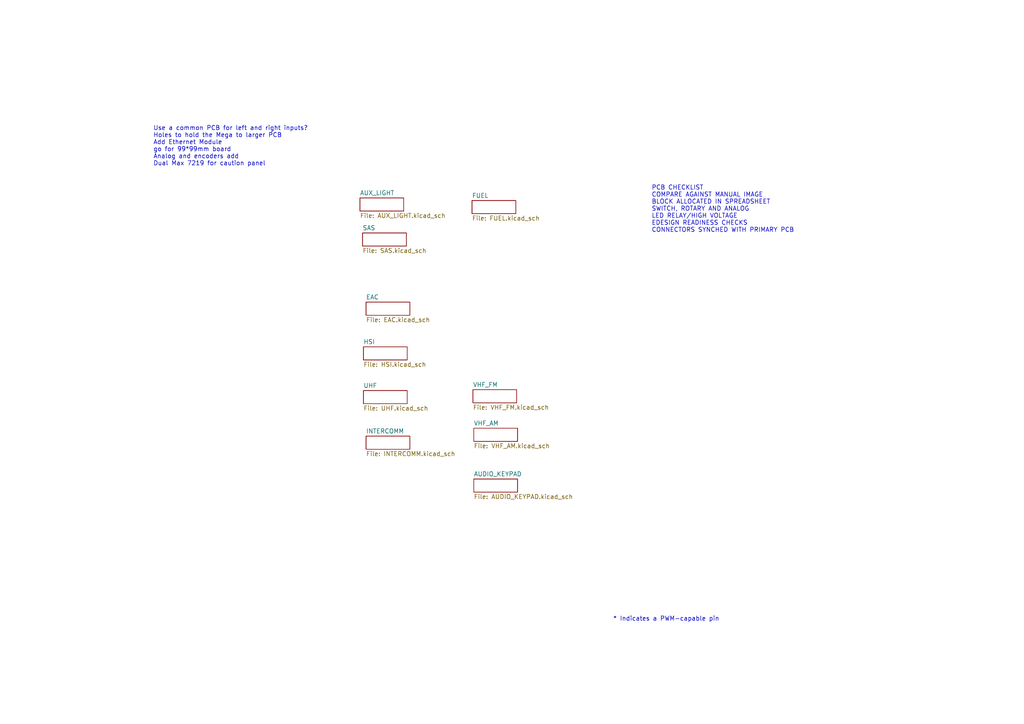
<source format=kicad_sch>
(kicad_sch (version 20211123) (generator eeschema)
  (paper "A4")
  (title_block (date "mar. 31 mars 2015"))
  (lib_symbols)
  (text "Use a common PCB for left and right inputs?\nHoles to hold the Mega to larger PCB\nAdd Ethernet Module\ngo for 99*99mm board\nAnalog and encoders add\nDual Max 7219 for caution panel" (at 44.45 48.26 0) (effects (font (size 1.27 1.27)) (justify left bottom)))
  (text "* Indicates a PWM-capable pin" (at 177.8 180.34 0) (effects (font (size 1.27 1.27)) (justify left bottom)))
  (text "PCB CHECKLIST\nCOMPARE AGAINST MANUAL IMAGE\nBLOCK ALLOCATED IN SPREADSHEET\nSWITCH, ROTARY AND ANALOG\nLED RELAY/HIGH VOLTAGE\nEDESIGN READINESS CHECKS\nCONNECTORS SYNCHED WITH PRIMARY PCB\n" (at 188.976 67.564 0) (effects (font (size 1.27 1.27)) (justify left bottom)))
  (sheet (at 106.172 126.492) (size 12.7 3.81) (stroke (width 0.1524))
    (property "Sheet name" "INTERCOMM" (at 106.172 125.7804 0) (effects (justify left bottom)))
    (property "Sheet file" "INTERCOMM.kicad_sch" (at 106.172 130.8866 0) (effects (justify left top)))
  )
  (sheet (at 137.16 113.03) (size 12.7 3.81) (stroke (width 0.1524))
    (property "Sheet name" "VHF_FM" (at 137.16 112.3184 0) (effects (justify left bottom)))
    (property "Sheet file" "VHF_FM.kicad_sch" (at 137.16 117.4246 0) (effects (justify left top)))
  )
  (sheet (at 136.906 58.166) (size 12.7 3.81) (stroke (width 0.1524))
    (property "Sheet name" "FUEL" (at 136.906 57.4544 0) (effects (justify left bottom)))
    (property "Sheet file" "FUEL.kicad_sch" (at 136.906 62.5606 0) (effects (justify left top)))
  )
  (sheet (at 105.41 113.284) (size 12.7 3.81) (stroke (width 0.1524))
    (property "Sheet name" "UHF" (at 105.41 112.5724 0) (effects (justify left bottom)))
    (property "Sheet file" "UHF.kicad_sch" (at 105.41 117.6786 0) (effects (justify left top)))
  )
  (sheet (at 106.172 87.63) (size 12.7 3.81) (stroke (width 0.1524))
    (property "Sheet name" "EAC" (at 106.172 86.9184 0) (effects (justify left bottom)))
    (property "Sheet file" "EAC.kicad_sch" (at 106.172 92.0246 0) (effects (justify left top)))
  )
  (sheet (at 137.414 124.206) (size 12.7 3.81) (stroke (width 0.1524))
    (property "Sheet name" "VHF_AM" (at 137.414 123.4944 0) (effects (justify left bottom)))
    (property "Sheet file" "VHF_AM.kicad_sch" (at 137.414 128.6006 0) (effects (justify left top)))
  )
  (sheet (at 137.414 138.938) (size 12.7 3.81) (stroke (width 0.1524))
    (property "Sheet name" "AUDIO_KEYPAD" (at 137.414 138.2264 0) (effects (justify left bottom)))
    (property "Sheet file" "AUDIO_KEYPAD.kicad_sch" (at 137.414 143.3326 0) (effects (justify left top)))
  )
  (sheet (at 105.156 67.564) (size 12.7 3.81) (stroke (width 0.1524))
    (property "Sheet name" "SAS" (at 105.156 66.8524 0) (effects (justify left bottom)))
    (property "Sheet file" "SAS.kicad_sch" (at 105.156 71.9586 0) (effects (justify left top)))
  )
  (sheet (at 105.41 100.584) (size 12.7 3.81) (stroke (width 0.1524))
    (property "Sheet name" "HSI" (at 105.41 99.8724 0) (effects (justify left bottom)))
    (property "Sheet file" "HSI.kicad_sch" (at 105.41 104.9786 0) (effects (justify left top)))
  )
  (sheet (at 104.394 57.404) (size 12.7 3.81) (stroke (width 0.1524))
    (property "Sheet name" "AUX_LIGHT" (at 104.394 56.6924 0) (effects (justify left bottom)))
    (property "Sheet file" "AUX_LIGHT.kicad_sch" (at 104.394 61.7986 0) (effects (justify left top)))
  )
)
</source>
